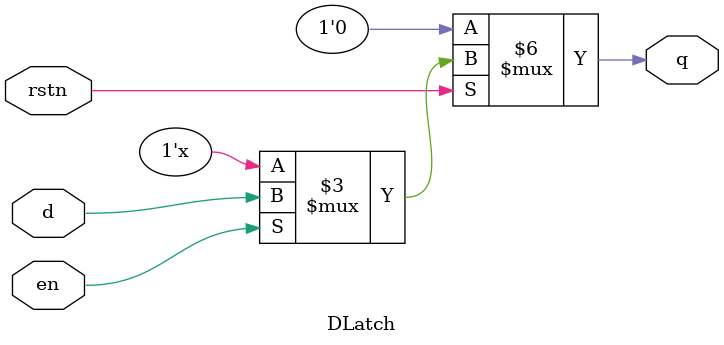
<source format=sv>

module dl_tb();
  //input clk;
  //output q;
  reg d,rstn,en;
  wire q;
  
  DLatch dut(.d(d), .rstn(rstn),.en(en), .q(q));
  
  initial
    begin
      $dumpfile("dabcd.vcd");
    $dumpvars(1);
    $monitor($time, " %b",q);
      #100 $finish;
  end

  
  initial 
    begin
      d=1;
      en=1;
      rstn=0;
  end    
      
     always #10 d=~d;
     always #5 en=~en;
     always #20 rstn=~rstn;
     
       
  
  
endmodule

//desig.sv

module DLatch(d,rstn,en,q);
  
  input d;
  
  input rstn,en;
  output reg q;
  
  always @(rstn or en or d)
  
    begin
      if(!rstn)
      q<=0;
      else begin
        if(en)
          q<=d;
      end
   end
  
  
endmodule

</source>
